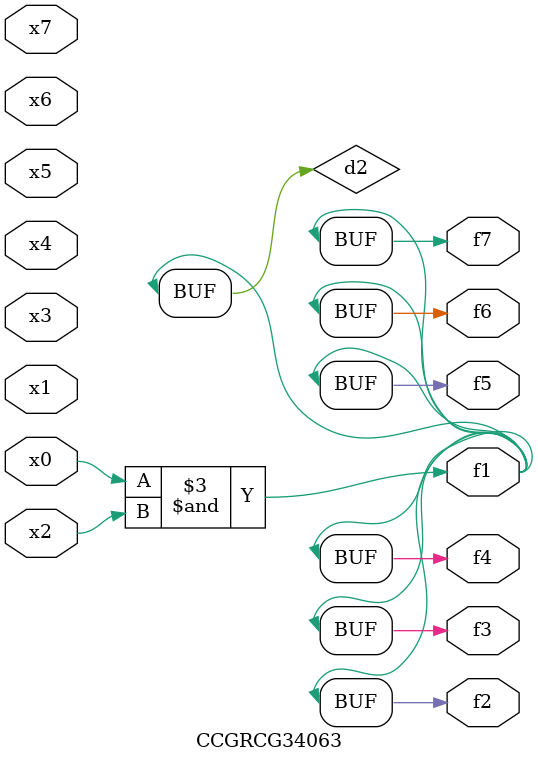
<source format=v>
module CCGRCG34063(
	input x0, x1, x2, x3, x4, x5, x6, x7,
	output f1, f2, f3, f4, f5, f6, f7
);

	wire d1, d2;

	nor (d1, x3, x6);
	and (d2, x0, x2);
	assign f1 = d2;
	assign f2 = d2;
	assign f3 = d2;
	assign f4 = d2;
	assign f5 = d2;
	assign f6 = d2;
	assign f7 = d2;
endmodule

</source>
